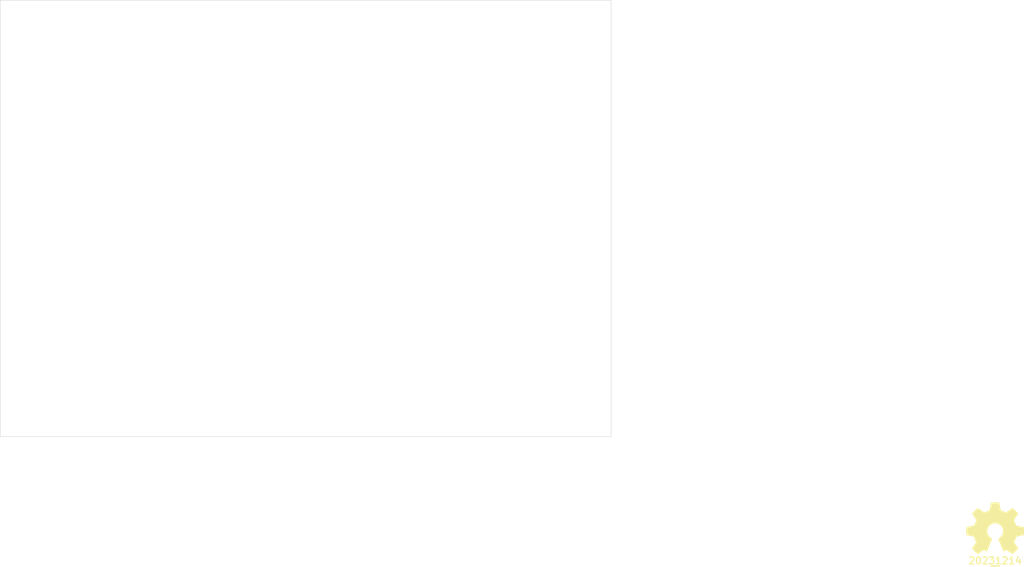
<source format=kicad_pcb>
(kicad_pcb (version 20240108) (generator "pcbnew") (generator_version "8.0")
  (layers (0 "F.Cu" mixed) (31 "B.Cu" mixed) (34 "B.Paste" user) (35 "F.Paste" user) (36 "B.SilkS" user "B.Silkscreen") (37 "F.SilkS" user "F.Silkscreen") (38 "B.Mask" user) (39 "F.Mask" user) (44 "Edge.Cuts" user))
  (net 0 "")
  (footprint "SquantorLabels:Label_Generic" (layer "F.Cu") (at 138.7 91.3)
    (property "Reference" "N1" (hide yes))
    (property "Value" "20231214" (at 0 0 0) (layer "F.SilkS") (effects (font (size 0.8 0.8))))
    (fp_line (start -0.5 0.6) (end 0.5 0.6) (stroke (width 0.15)) (layer "F.SilkS"))
  )
  (footprint "Symbol:OSHW-Symbol_6.7x6mm_SilkScreen" (layer "F.Cu") (at 138.7 87.6)
    (property "Reference" "N2" (hide yes))
    (property "Value" "OHWLOGO" (hide yes))
    (fp_poly (pts (xy 0.555814 -2.531069) (xy 0.639635 -2.086445) (xy 0.94892 -1.958947) (xy 1.258206 -1.831449) (xy 1.629246 -2.083754) (xy 1.733157 -2.154004) (xy 1.827087 -2.216728) (xy 1.906652 -2.269062) (xy 1.96747 -2.308143) (xy 2.005157 -2.331107) (xy 2.015421 -2.336058) (xy 2.03391 -2.323324) (xy 2.07342 -2.288118) (xy 2.129522 -2.234938) (xy 2.197787 -2.168282) (xy 2.273786 -2.092646) (xy 2.353092 -2.012528) (xy 2.431275 -1.932426) (xy 2.503907 -1.856836) (xy 2.566559 -1.790255) (xy 2.614803 -1.737182) (xy 2.64421 -1.702113) (xy 2.651241 -1.690377) (xy 2.641123 -1.66874) (xy 2.612759 -1.621338) (xy 2.569129 -1.552807) (xy 2.513218 -1.467785) (xy 2.448006 -1.370907) (xy 2.410219 -1.31565) (xy 2.341343 -1.214752) (xy 2.28014 -1.123701) (xy 2.229578 -1.04703) (xy 2.192628 -0.989272) (xy 2.172258 -0.954957) (xy 2.169197 -0.947746) (xy 2.176136 -0.927252) (xy 2.195051 -0.879487) (xy 2.223087 -0.811168) (xy 2.257391 -0.729011) (xy 2.295109 -0.63973) (xy 2.333387 -0.550042) (xy 2.36937 -0.466662) (xy 2.400206 -0.396306) (xy 2.423039 -0.34569) (xy 2.435017 -0.321529) (xy 2.435724 -0.320578) (xy 2.454531 -0.315964) (xy 2.504618 -0.305672) (xy 2.580793 -0.290713) (xy 2.677865 -0.272099) (xy 2.790643 -0.250841) (xy 2.856442 -0.238582) (xy 2.97695 -0.215638) (xy 3.085797 -0.193805) (xy 3.177476 -0.174278) (xy 3.246481 -0.158252) (xy 3.287304 -0.146921) (xy 3.295511 -0.143326) (xy 3.303548 -0.118994) (xy 3.310033 -0.064041) (xy 3.31497 0.015108) (xy 3.318364 0.112026) (xy 3.320218 0.220287) (xy 3.320538 0.333465) (xy 3.319327 0.445135) (xy 3.31659 0.548868) (xy 3.312331 0.638241) (xy 3.306555 0.706826) (xy 3.299267 0.748197) (xy 3.294895 0.75681) (xy 3.268764 0.767133) (xy 3.213393 0.781892) (xy 3.136107 0.799352) (xy 3.04423 0.81778) (xy 3.012158 0.823741) (xy 2.857524 0.852066) (xy 2.735375 0.874876) (xy 2.641673 0.89308) (xy 2.572384 0.907583) (xy 2.523471 0.919292) (xy 2.490897 0.929115) (xy 2.470628 0.937956) (xy 2.458626 0.946724) (xy 2.456947 0.948457) (xy 2.440184 0.976371) (xy 2.414614 1.030695) (xy 2.382788 1.104777) (xy 2.34726 1.191965) (xy 2.310583 1.285608) (xy 2.275311 1.379052) (xy 2.243996 1.465647) (xy 2.219193 1.53874) (xy 2.203454 1.591678) (xy 2.199332 1.617811) (xy 2.199676 1.618726) (xy 2.213641 1.640086) (xy 2.245322 1.687084) (xy 2.291391 1.754827) (xy 2.348518 1.838423) (xy 2.413373 1.932982) (xy 2.431843 1.959854) (xy 2.497699 2.057275) (xy 2.55565 2.146163) (xy 2.602538 2.221412) (xy 2.635207 2.27792) (xy 2.6505 2.310581) (xy 2.651241 2.314593) (xy 2.638392 2.335684) (xy 2.602888 2.377464) (xy 2.549293 2.435445) (xy 2.482171 2.505135) (xy 2.406087 2.582045) (xy 2.325604 2.661683) (xy 2.245287 2.739561) (xy 2.169699 2.811186) (xy 2.103405 2.87207) (xy 2.050969 2.917721) (xy 2.016955 2.94365) (xy 2.007545 2.947883) (xy 1.985643 2.937912) (xy 1.9408 2.91102) (xy 1.880321 2.871736) (xy 1.833789 2.840117) (xy 1.749475 2.782098) (xy 1.649626 2.713784) (xy 1.549473 2.645579) (xy 1.495627 2.609075) (xy 1.313371 2.4858) (xy 1.160381 2.56852) (xy 1.090682 2.604759) (xy 1.031414 2.632926) (xy 0.991311 2.648991) (xy 0.981103 2.651226) (xy 0.968829 2.634722) (xy 0.944613 2.588082) (xy 0.910263 2.515609) (xy 0.867588 2.421606) (xy 0.818394 2.310374) (xy 0.76449 2.186215) (xy 0.707684 2.053432) (xy 0.649782 1.916327) (xy 0.592593 1.779202) (xy 0.537924 1.646358) (xy 0.487584 1.522098) (xy 0.44338 1.410725) (xy 0.407119 1.316539) (xy 0.380609 1.243844) (xy 0.365658 1.196941) (xy 0.363254 1.180833) (xy 0.382311 1.160286) (xy 0.424036 1.126933) (xy 0.479706 1.087702) (xy 0.484378 1.084599) (xy 0.628264 0.969423) (xy 0.744283 0.835053) (xy 0.83143 0.685784) (xy 0.888699 0.525913) (xy 0.915086 0.359737) (xy 0.909585 0.191552) (xy 0.87119 0.025655) (xy 0.798895 -0.133658) (xy 0.777626 -0.168513) (xy 0.666996 -0.309263) (xy 0.536302 -0.422286) (xy 0.390064 -0.506997) (xy 0.232808 -0.562806) (xy 0.069057 -0.589126) (xy -0.096667 -0.58537) (xy -0.259838 -0.55095) (xy -0.415935 -0.485277) (xy -0.560433 -0.387765) (xy -0.605131 -0.348187) (xy -0.718888 -0.224297) (xy -0.801782 -0.093876) (xy -0.858644 0.052315) (xy -0.890313 0.197088) (xy -0.898131 0.35986) (xy -0.872062 0.52344) (xy -0.814755 0.682298) (xy -0.728856 0.830906) (xy -0.617014 0.963735) (xy -0.481877 1.075256) (xy -0.464117 1.087011) (xy -0.40785 1.125508) (xy -0.365077 1.158863) (xy -0.344628 1.18016) (xy -0.344331 1.180833) (xy -0.348721 1.203871) (xy -0.366124 1.256157) (xy -0.394732 1.33339) (xy -0.432735 1.431268) (xy -0.478326 1.545491) (xy -0.529697 1.671758) (xy -0.585038 1.805767) (xy -0.642542 1.943218) (xy -0.700399 2.079808) (xy -0.756802 2.211237) (xy -0.809942 2.333205) (xy -0.85801 2.441409) (xy -0.899199 2.531549) (xy -0.931699 2.599323) (xy -0.953703 2.64043) (xy -0.962564 2.651226) (xy -0.98964 2.642819) (xy -1.040303 2.620272) (xy -1.105817 2.587613) (xy -1.141841 2.56852) (xy -1.294832 2.4858) (xy -1.477088 2.609075) (xy -1.570125 2.672228) (xy -1.671985 2.741727) (xy -1.767438 2.807165) (xy -1.81525 2.840117) (xy -1.882495 2.885273) (xy -1.939436 2.921057) (xy -1.978646 2.942938) (xy -1.991381 2.947563) (xy -2.009917 2.935085) (xy -2.050941 2.900252) (xy -2.110475 2.846678) (xy -2.184542 2.777983) (xy -2.269165 2.697781) (xy -2.322685 2.646286) (xy -2.416319 2.554286) (xy -2.497241 2.471999) (xy -2.562177 2.402945) (xy -2.607858 2.350644) (xy -2.631011 2.318616) (xy -2.633232 2.312116) (xy -2.622924 2.287394) (xy -2.594439 2.237405) (xy -2.550937 2.167212) (xy -2.495577 2.081875) (xy -2.43152 1.986456) (xy -2.413303 1.959854) (xy -2.346927 1.863167) (xy -2.287378 1.776117) (xy -2.237984 1.703595) (xy -2.202075 1.650493) (xy -2.182981 1.621703) (xy -2.181136 1.618726) (xy -2.183895 1.595782) (xy -2.198538 1.545336) (xy -2.222513 1.474041) (xy -2.253266 1.388547) (xy -2.288244 1.295507) (xy -2.324893 1.201574) (xy -2.360661 1.113399) (xy -2.392994 1.037634) (xy -2.419338 0.980931) (xy -2.437142 0.949943) (xy -2.438407 0.948457) (xy -2.449294 0.939601) (xy -2.467682 0.930843) (xy -2.497606 0.921277) (xy -2.543103 0.909996) (xy -2.608209 0.896093) (xy -2.696961 0.878663) (xy -2.813393 0.856798) (xy -2.961542 0.829591) (xy -2.993618 0.823741) (xy -3.088686 0.805374) (xy -3.171565 0.787405) (xy -3.23493 0.771569) (xy -3.271458 0.7596) (xy -3.276356 0.75681) (xy -3.284427 0.732072) (xy -3.290987 0.67679) (xy -3.296033 0.597389) (xy -3.299559 0.500296) (xy -3.301561 0.391938) (xy -3.302036 0.27874) (xy -3.300977 0.167128) (xy -3.298382 0.063529) (xy -3.294246 -0.025632) (xy -3.288563 -0.093928) (xy -3.281331 -0.134934) (xy -3.276971 -0.143326) (xy -3.252698 -0.151792) (xy -3.197426 -0.165565) (xy -3.116662 -0.18345) (xy -3.015912 -0.204252) (xy -2.900683 -0.226777) (xy -2.837902 -0.238582) (xy -2.718787 -0.260849) (xy -2.612565 -0.281021) (xy -2.524427 -0.298085) (xy -2.459566 -0.311031) (xy -2.423174 -0.318845) (xy -2.417184 -0.320578) (xy -2.407061 -0.34011) (xy -2.385662 -0.387157) (xy -2.355839 -0.454997) (xy -2.320445 -0.536909) (xy -2.282332 -0.626172) (xy -2.244353 -0.716065) (xy -2.20936 -0.799865) (xy -2.180206 -0.870853) (xy -2.159743 -0.922306) (xy -2.150823 -0.947503) (xy -2.150657 -0.948604) (xy -2.160769 -0.968481) (xy -2.189117 -1.014223) (xy -2.232723 -1.081283) (xy -2.288606 -1.165116) (xy -2.353787 -1.261174) (xy -2.391679 -1.31635) (xy -2.460725 -1.417519) (xy -2.52205 -1.50937) (xy -2.572663 -1.587256) (xy -2.609571 -1.646531) (xy -2.629782 -1.682549) (xy -2.632701 -1.690623) (xy -2.620153 -1.709416) (xy -2.585463 -1.749543) (xy -2.533063 -1.806507) (xy -2.467384 -1.875815) (xy -2.392856 -1.952969) (xy -2.313913 -2.033475) (xy -2.234983 -2.112837) (xy -2.1605 -2.18656) (xy -2.094894 -2.250148) (xy -2.042596 -2.299106) (xy -2.008039 -2.328939) (xy -1.996478 -2.336058) (xy -1.977654 -2.326047) (xy -1.932631 -2.297922) (xy -1.865787 -2.254546) (xy -1.781499 -2.198782) (xy -1.684144 -2.133494) (xy -1.610707 -2.083754) (xy -1.239667 -1.831449) (xy -0.621095 -2.086445) (xy -0.537275 -2.531069) (xy -0.453454 -2.975693) (xy 0.471994 -2.975693) (xy 0.555814 -2.531069)) (stroke (width 0.01)) (fill solid) (layer "F.SilkS"))
  )
  (gr_line (start 24.69 77.07) (end 94.69 77.07) (stroke (width 0.05)) (layer "Edge.Cuts"))
  (gr_line (start 94.69 27.07) (end 94.69 77.07) (stroke (width 0.05)) (layer "Edge.Cuts"))
  (gr_line (start 24.69 27.07) (end 24.69 77.07) (stroke (width 0.05)) (layer "Edge.Cuts"))
  (gr_line (start 24.69 27.07) (end 94.69 27.07) (stroke (width 0.05)) (layer "Edge.Cuts"))
)
</source>
